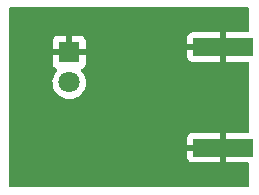
<source format=gbl>
%TF.GenerationSoftware,KiCad,Pcbnew,6.0.2-378541a8eb~116~ubuntu20.04.1*%
%TF.CreationDate,2022-02-26T16:05:59-06:00*%
%TF.ProjectId,sma_to_led,736d615f-746f-45f6-9c65-642e6b696361,1.0*%
%TF.SameCoordinates,Original*%
%TF.FileFunction,Copper,L2,Bot*%
%TF.FilePolarity,Positive*%
%FSLAX46Y46*%
G04 Gerber Fmt 4.6, Leading zero omitted, Abs format (unit mm)*
G04 Created by KiCad (PCBNEW 6.0.2-378541a8eb~116~ubuntu20.04.1) date 2022-02-26 16:05:59*
%MOMM*%
%LPD*%
G01*
G04 APERTURE LIST*
%TA.AperFunction,SMDPad,CuDef*%
%ADD10R,5.080000X1.500000*%
%TD*%
%TA.AperFunction,ComponentPad*%
%ADD11R,1.800000X1.800000*%
%TD*%
%TA.AperFunction,ComponentPad*%
%ADD12C,1.800000*%
%TD*%
%TA.AperFunction,ViaPad*%
%ADD13C,0.508000*%
%TD*%
G04 APERTURE END LIST*
D10*
%TO.P,J1,2,Ext*%
%TO.N,GND*%
X124177500Y-93150000D03*
X124177500Y-84650000D03*
%TD*%
D11*
%TO.P,D2,1,K*%
%TO.N,GND*%
X111125000Y-85090000D03*
D12*
%TO.P,D2,2,A*%
%TO.N,/RtoLED*%
X111125000Y-87630000D03*
%TD*%
D13*
%TO.N,GND*%
X123825000Y-95250000D03*
X123825000Y-91440000D03*
X123825000Y-86360000D03*
X123825000Y-82550000D03*
X114500000Y-94415000D03*
X113030000Y-85090000D03*
X120210000Y-93150000D03*
X120653266Y-84637931D03*
%TD*%
%TA.AperFunction,Conductor*%
%TO.N,GND*%
G36*
X126307121Y-81300002D02*
G01*
X126353614Y-81353658D01*
X126365000Y-81406000D01*
X126365000Y-83266000D01*
X126344998Y-83334121D01*
X126291342Y-83380614D01*
X126239000Y-83392000D01*
X124449615Y-83392000D01*
X124434376Y-83396475D01*
X124433171Y-83397865D01*
X124431500Y-83405548D01*
X124431500Y-85889884D01*
X124435975Y-85905123D01*
X124437365Y-85906328D01*
X124445048Y-85907999D01*
X126239000Y-85907999D01*
X126307121Y-85928001D01*
X126353614Y-85981657D01*
X126365000Y-86033999D01*
X126365000Y-91766000D01*
X126344998Y-91834121D01*
X126291342Y-91880614D01*
X126239000Y-91892000D01*
X124449615Y-91892000D01*
X124434376Y-91896475D01*
X124433171Y-91897865D01*
X124431500Y-91905548D01*
X124431500Y-94389884D01*
X124435975Y-94405123D01*
X124437365Y-94406328D01*
X124445048Y-94407999D01*
X126239000Y-94407999D01*
X126307121Y-94428001D01*
X126353614Y-94481657D01*
X126365000Y-94533999D01*
X126365000Y-96394000D01*
X126344998Y-96462121D01*
X126291342Y-96508614D01*
X126239000Y-96520000D01*
X106171000Y-96520000D01*
X106102879Y-96499998D01*
X106056386Y-96446342D01*
X106045000Y-96394000D01*
X106045000Y-93944669D01*
X121129501Y-93944669D01*
X121129871Y-93951490D01*
X121135395Y-94002352D01*
X121139021Y-94017604D01*
X121184176Y-94138054D01*
X121192714Y-94153649D01*
X121269215Y-94255724D01*
X121281776Y-94268285D01*
X121383851Y-94344786D01*
X121399446Y-94353324D01*
X121519894Y-94398478D01*
X121535149Y-94402105D01*
X121586014Y-94407631D01*
X121592828Y-94408000D01*
X123905385Y-94408000D01*
X123920624Y-94403525D01*
X123921829Y-94402135D01*
X123923500Y-94394452D01*
X123923500Y-93422115D01*
X123919025Y-93406876D01*
X123917635Y-93405671D01*
X123909952Y-93404000D01*
X121147616Y-93404000D01*
X121132377Y-93408475D01*
X121131172Y-93409865D01*
X121129501Y-93417548D01*
X121129501Y-93944669D01*
X106045000Y-93944669D01*
X106045000Y-92877885D01*
X121129500Y-92877885D01*
X121133975Y-92893124D01*
X121135365Y-92894329D01*
X121143048Y-92896000D01*
X123905385Y-92896000D01*
X123920624Y-92891525D01*
X123921829Y-92890135D01*
X123923500Y-92882452D01*
X123923500Y-91910116D01*
X123919025Y-91894877D01*
X123917635Y-91893672D01*
X123909952Y-91892001D01*
X121592831Y-91892001D01*
X121586010Y-91892371D01*
X121535148Y-91897895D01*
X121519896Y-91901521D01*
X121399446Y-91946676D01*
X121383851Y-91955214D01*
X121281776Y-92031715D01*
X121269215Y-92044276D01*
X121192714Y-92146351D01*
X121184176Y-92161946D01*
X121139022Y-92282394D01*
X121135395Y-92297649D01*
X121129869Y-92348514D01*
X121129500Y-92355328D01*
X121129500Y-92877885D01*
X106045000Y-92877885D01*
X106045000Y-87595469D01*
X109712095Y-87595469D01*
X109712392Y-87600622D01*
X109712392Y-87600625D01*
X109718067Y-87699041D01*
X109725427Y-87826697D01*
X109726564Y-87831743D01*
X109726565Y-87831749D01*
X109758741Y-87974523D01*
X109776346Y-88052642D01*
X109778288Y-88057424D01*
X109778289Y-88057428D01*
X109861540Y-88262450D01*
X109863484Y-88267237D01*
X109984501Y-88464719D01*
X110136147Y-88639784D01*
X110314349Y-88787730D01*
X110514322Y-88904584D01*
X110730694Y-88987209D01*
X110735760Y-88988240D01*
X110735761Y-88988240D01*
X110788846Y-88999040D01*
X110957656Y-89033385D01*
X111088324Y-89038176D01*
X111183949Y-89041683D01*
X111183953Y-89041683D01*
X111189113Y-89041872D01*
X111194233Y-89041216D01*
X111194235Y-89041216D01*
X111267270Y-89031860D01*
X111418847Y-89012442D01*
X111423795Y-89010957D01*
X111423802Y-89010956D01*
X111635747Y-88947369D01*
X111640690Y-88945886D01*
X111721236Y-88906427D01*
X111844049Y-88846262D01*
X111844052Y-88846260D01*
X111848684Y-88843991D01*
X112037243Y-88709494D01*
X112201303Y-88546005D01*
X112336458Y-88357917D01*
X112383641Y-88262450D01*
X112436784Y-88154922D01*
X112436785Y-88154920D01*
X112439078Y-88150280D01*
X112506408Y-87928671D01*
X112536640Y-87699041D01*
X112538327Y-87630000D01*
X112532032Y-87553434D01*
X112519773Y-87404318D01*
X112519772Y-87404312D01*
X112519349Y-87399167D01*
X112462925Y-87174533D01*
X112460866Y-87169797D01*
X112372630Y-86966868D01*
X112372628Y-86966865D01*
X112370570Y-86962131D01*
X112244764Y-86767665D01*
X112154486Y-86668450D01*
X112123434Y-86604605D01*
X112131829Y-86534106D01*
X112177005Y-86479338D01*
X112203449Y-86465669D01*
X112263054Y-86443324D01*
X112278649Y-86434786D01*
X112380724Y-86358285D01*
X112393285Y-86345724D01*
X112469786Y-86243649D01*
X112478324Y-86228054D01*
X112523478Y-86107606D01*
X112527105Y-86092351D01*
X112532631Y-86041486D01*
X112533000Y-86034672D01*
X112533000Y-85444669D01*
X121129501Y-85444669D01*
X121129871Y-85451490D01*
X121135395Y-85502352D01*
X121139021Y-85517604D01*
X121184176Y-85638054D01*
X121192714Y-85653649D01*
X121269215Y-85755724D01*
X121281776Y-85768285D01*
X121383851Y-85844786D01*
X121399446Y-85853324D01*
X121519894Y-85898478D01*
X121535149Y-85902105D01*
X121586014Y-85907631D01*
X121592828Y-85908000D01*
X123905385Y-85908000D01*
X123920624Y-85903525D01*
X123921829Y-85902135D01*
X123923500Y-85894452D01*
X123923500Y-84922115D01*
X123919025Y-84906876D01*
X123917635Y-84905671D01*
X123909952Y-84904000D01*
X121147616Y-84904000D01*
X121132377Y-84908475D01*
X121131172Y-84909865D01*
X121129501Y-84917548D01*
X121129501Y-85444669D01*
X112533000Y-85444669D01*
X112533000Y-85362115D01*
X112528525Y-85346876D01*
X112527135Y-85345671D01*
X112519452Y-85344000D01*
X109735116Y-85344000D01*
X109719877Y-85348475D01*
X109718672Y-85349865D01*
X109717001Y-85357548D01*
X109717001Y-86034669D01*
X109717371Y-86041490D01*
X109722895Y-86092352D01*
X109726521Y-86107604D01*
X109771676Y-86228054D01*
X109780214Y-86243649D01*
X109856715Y-86345724D01*
X109869276Y-86358285D01*
X109971351Y-86434786D01*
X109986946Y-86443324D01*
X110046540Y-86465665D01*
X110103304Y-86508307D01*
X110128004Y-86574868D01*
X110112796Y-86644217D01*
X110093404Y-86670698D01*
X110026639Y-86740564D01*
X110023725Y-86744836D01*
X110023724Y-86744837D01*
X110008152Y-86767665D01*
X109896119Y-86931899D01*
X109798602Y-87141981D01*
X109736707Y-87365169D01*
X109712095Y-87595469D01*
X106045000Y-87595469D01*
X106045000Y-84817885D01*
X109717000Y-84817885D01*
X109721475Y-84833124D01*
X109722865Y-84834329D01*
X109730548Y-84836000D01*
X110852885Y-84836000D01*
X110868124Y-84831525D01*
X110869329Y-84830135D01*
X110871000Y-84822452D01*
X110871000Y-84817885D01*
X111379000Y-84817885D01*
X111383475Y-84833124D01*
X111384865Y-84834329D01*
X111392548Y-84836000D01*
X112514884Y-84836000D01*
X112530123Y-84831525D01*
X112531328Y-84830135D01*
X112532999Y-84822452D01*
X112532999Y-84377885D01*
X121129500Y-84377885D01*
X121133975Y-84393124D01*
X121135365Y-84394329D01*
X121143048Y-84396000D01*
X123905385Y-84396000D01*
X123920624Y-84391525D01*
X123921829Y-84390135D01*
X123923500Y-84382452D01*
X123923500Y-83410116D01*
X123919025Y-83394877D01*
X123917635Y-83393672D01*
X123909952Y-83392001D01*
X121592831Y-83392001D01*
X121586010Y-83392371D01*
X121535148Y-83397895D01*
X121519896Y-83401521D01*
X121399446Y-83446676D01*
X121383851Y-83455214D01*
X121281776Y-83531715D01*
X121269215Y-83544276D01*
X121192714Y-83646351D01*
X121184176Y-83661946D01*
X121139022Y-83782394D01*
X121135395Y-83797649D01*
X121129869Y-83848514D01*
X121129500Y-83855328D01*
X121129500Y-84377885D01*
X112532999Y-84377885D01*
X112532999Y-84145331D01*
X112532629Y-84138510D01*
X112527105Y-84087648D01*
X112523479Y-84072396D01*
X112478324Y-83951946D01*
X112469786Y-83936351D01*
X112393285Y-83834276D01*
X112380724Y-83821715D01*
X112278649Y-83745214D01*
X112263054Y-83736676D01*
X112142606Y-83691522D01*
X112127351Y-83687895D01*
X112076486Y-83682369D01*
X112069672Y-83682000D01*
X111397115Y-83682000D01*
X111381876Y-83686475D01*
X111380671Y-83687865D01*
X111379000Y-83695548D01*
X111379000Y-84817885D01*
X110871000Y-84817885D01*
X110871000Y-83700116D01*
X110866525Y-83684877D01*
X110865135Y-83683672D01*
X110857452Y-83682001D01*
X110180331Y-83682001D01*
X110173510Y-83682371D01*
X110122648Y-83687895D01*
X110107396Y-83691521D01*
X109986946Y-83736676D01*
X109971351Y-83745214D01*
X109869276Y-83821715D01*
X109856715Y-83834276D01*
X109780214Y-83936351D01*
X109771676Y-83951946D01*
X109726522Y-84072394D01*
X109722895Y-84087649D01*
X109717369Y-84138514D01*
X109717000Y-84145328D01*
X109717000Y-84817885D01*
X106045000Y-84817885D01*
X106045000Y-81406000D01*
X106065002Y-81337879D01*
X106118658Y-81291386D01*
X106171000Y-81280000D01*
X126239000Y-81280000D01*
X126307121Y-81300002D01*
G37*
%TD.AperFunction*%
%TD*%
M02*

</source>
